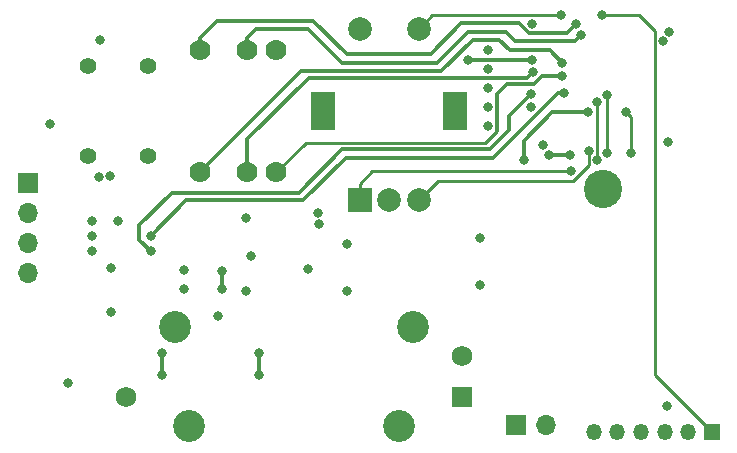
<source format=gbr>
%TF.GenerationSoftware,KiCad,Pcbnew,(6.0.6-0)*%
%TF.CreationDate,2023-05-14T21:26:16-05:00*%
%TF.ProjectId,MHC_MAIN_REV_2,4d48435f-4d41-4494-9e5f-5245565f322e,rev?*%
%TF.SameCoordinates,Original*%
%TF.FileFunction,Copper,L4,Bot*%
%TF.FilePolarity,Positive*%
%FSLAX46Y46*%
G04 Gerber Fmt 4.6, Leading zero omitted, Abs format (unit mm)*
G04 Created by KiCad (PCBNEW (6.0.6-0)) date 2023-05-14 21:26:16*
%MOMM*%
%LPD*%
G01*
G04 APERTURE LIST*
%TA.AperFunction,ComponentPad*%
%ADD10C,1.778000*%
%TD*%
%TA.AperFunction,ComponentPad*%
%ADD11C,3.240000*%
%TD*%
%TA.AperFunction,ComponentPad*%
%ADD12R,1.350000X1.350000*%
%TD*%
%TA.AperFunction,ComponentPad*%
%ADD13O,1.350000X1.350000*%
%TD*%
%TA.AperFunction,ComponentPad*%
%ADD14R,2.000000X2.000000*%
%TD*%
%TA.AperFunction,ComponentPad*%
%ADD15C,2.000000*%
%TD*%
%TA.AperFunction,ComponentPad*%
%ADD16R,2.000000X3.200000*%
%TD*%
%TA.AperFunction,ComponentPad*%
%ADD17C,1.397000*%
%TD*%
%TA.AperFunction,ComponentPad*%
%ADD18R,1.700000X1.700000*%
%TD*%
%TA.AperFunction,ComponentPad*%
%ADD19O,1.700000X1.700000*%
%TD*%
%TA.AperFunction,ComponentPad*%
%ADD20R,1.750000X1.750000*%
%TD*%
%TA.AperFunction,ComponentPad*%
%ADD21C,1.750000*%
%TD*%
%TA.AperFunction,ComponentPad*%
%ADD22C,2.700000*%
%TD*%
%TA.AperFunction,ViaPad*%
%ADD23C,0.800000*%
%TD*%
%TA.AperFunction,Conductor*%
%ADD24C,0.250000*%
%TD*%
%TA.AperFunction,Conductor*%
%ADD25C,0.300000*%
%TD*%
G04 APERTURE END LIST*
D10*
%TO.P,S1,1*%
%TO.N,P0.05{slash}AIN3*%
X34420000Y-35007500D03*
%TO.P,S1,2*%
%TO.N,P0.06*%
X38405000Y-35007500D03*
%TO.P,S1,3*%
%TO.N,P0.07*%
X40920000Y-35007500D03*
%TO.P,S1,4*%
%TO.N,GND*%
X40920000Y-24707500D03*
%TO.P,S1,5*%
%TO.N,P0.28{slash}AIN4*%
X38405000Y-24707500D03*
%TO.P,S1,6*%
%TO.N,P0.30{slash}AIN6*%
X34420000Y-24707500D03*
%TD*%
D11*
%TO.P,U4,*%
%TO.N,*%
X68540000Y-36450000D03*
D12*
%TO.P,U4,1,AD1*%
%TO.N,P0.29{slash}AIN5*%
X77790000Y-57050000D03*
D13*
%TO.P,U4,2,GND*%
%TO.N,GND*%
X75790000Y-57050000D03*
%TO.P,U4,3,SW*%
%TO.N,P0.23*%
X73790000Y-57050000D03*
%TO.P,U4,4,AD2*%
%TO.N,P0.03{slash}AIN1*%
X71790000Y-57050000D03*
%TO.P,U4,5,GND*%
%TO.N,GND*%
X69790000Y-57050000D03*
%TO.P,U4,6,VDD*%
%TO.N,+3.3V*%
X67790000Y-57050000D03*
%TD*%
D14*
%TO.P,SW3,A,A*%
%TO.N,P0.15*%
X47965000Y-37360000D03*
D15*
%TO.P,SW3,B,B*%
%TO.N,P0.17*%
X52965000Y-37360000D03*
%TO.P,SW3,C,C*%
%TO.N,GND*%
X50465000Y-37360000D03*
D16*
%TO.P,SW3,MP*%
%TO.N,N/C*%
X44865000Y-29860000D03*
X56065000Y-29860000D03*
D15*
%TO.P,SW3,S1,S1*%
%TO.N,P0.31{slash}AIN7*%
X52965000Y-22860000D03*
%TO.P,SW3,S2,S2*%
%TO.N,GND*%
X47965000Y-22860000D03*
%TD*%
D17*
%TO.P,SW5,1,1*%
%TO.N,GND*%
X24930000Y-33657500D03*
X24930000Y-26037500D03*
%TO.P,SW5,2,2*%
%TO.N,P0.04{slash}AIN2*%
X30010000Y-33657500D03*
X30010000Y-26037500D03*
%TD*%
D18*
%TO.P,J2,1,Pin_1*%
%TO.N,+BATT*%
X61230000Y-56390000D03*
D19*
%TO.P,J2,2,Pin_2*%
%TO.N,GND*%
X63770000Y-56390000D03*
%TD*%
D20*
%TO.P,RV1,1,1*%
%TO.N,+3.3V*%
X56660000Y-54077500D03*
D21*
%TO.P,RV1,2,2*%
%TO.N,P0.02{slash}AIN0*%
X56660000Y-50577500D03*
%TO.P,RV1,3,3*%
%TO.N,GND*%
X28160000Y-54077500D03*
D22*
%TO.P,RV1,MP*%
%TO.N,N/C*%
X52510000Y-48127500D03*
X32310000Y-48127500D03*
X51310000Y-56527500D03*
X33510000Y-56527500D03*
%TD*%
D18*
%TO.P,J3,1,Pin_1*%
%TO.N,GND*%
X19850000Y-35960000D03*
D19*
%TO.P,J3,2,Pin_2*%
%TO.N,+3.3V*%
X19850000Y-38500000D03*
%TO.P,J3,3,Pin_3*%
%TO.N,SCL*%
X19850000Y-41040000D03*
%TO.P,J3,4,Pin_4*%
%TO.N,SDA*%
X19850000Y-43580000D03*
%TD*%
D23*
%TO.N,GND*%
X25958800Y-23825200D03*
X23298491Y-52864263D03*
X73990200Y-54813200D03*
X21780000Y-30940000D03*
X46860000Y-45090000D03*
X58830000Y-31100000D03*
X25307800Y-40436800D03*
X74040000Y-32450000D03*
X38785800Y-42138600D03*
X73674500Y-23880000D03*
X58830000Y-27900000D03*
X36010000Y-47150000D03*
X44480983Y-39439443D03*
X25307800Y-39166800D03*
X43610000Y-43250000D03*
X58850000Y-24710000D03*
X58820000Y-26259500D03*
X33096200Y-43307000D03*
X74178749Y-23175205D03*
X46860000Y-41120000D03*
X58820000Y-29500000D03*
X38354541Y-38904214D03*
X63490000Y-32720000D03*
X38354000Y-45059600D03*
X62590000Y-22464500D03*
X25860734Y-35391723D03*
X25307800Y-41681400D03*
X27466800Y-39141400D03*
%TO.N,P0.03{slash}AIN1*%
X68888356Y-28438641D03*
X68889602Y-33410298D03*
%TO.N,P0.29{slash}AIN5*%
X68490000Y-21740000D03*
%TO.N,P0.02{slash}AIN0*%
X68090000Y-29040000D03*
X68090000Y-34010000D03*
%TO.N,P0.31{slash}AIN7*%
X65030000Y-21740000D03*
%TO.N,P0.28{slash}AIN4*%
X66686710Y-23377512D03*
%TO.N,P0.30{slash}AIN6*%
X66280000Y-22464500D03*
%TO.N,P0.04{slash}AIN2*%
X57124600Y-25501600D03*
X62590000Y-25510000D03*
%TO.N,P0.05{slash}AIN3*%
X65113912Y-25733912D03*
%TO.N,P0.06*%
X62601230Y-26509439D03*
%TO.N,P0.07*%
X65119112Y-26891354D03*
%TO.N,+3.3V*%
X58191400Y-44577000D03*
X58166000Y-40563800D03*
X44470000Y-38440000D03*
X33096200Y-44881800D03*
X26860000Y-35370000D03*
X62455000Y-29455000D03*
X26949400Y-43103800D03*
X26949400Y-46888400D03*
%TO.N,P0.13*%
X63965500Y-33599149D03*
X65814500Y-33600000D03*
%TO.N,P0.15*%
X65820000Y-34930000D03*
%TO.N,RESET*%
X61870500Y-33948931D03*
X67290000Y-29950000D03*
%TO.N,P0.17*%
X67365500Y-33262332D03*
%TO.N,P0.23*%
X70490000Y-29960498D03*
X70910000Y-33410000D03*
%TO.N,Net-(R3-Pad2)*%
X31220000Y-50307999D03*
X31220000Y-52157001D03*
%TO.N,+BATT*%
X39420800Y-50307999D03*
X36280000Y-43370500D03*
X36294977Y-44869500D03*
X39420800Y-52157001D03*
%TO.N,SDA*%
X62445023Y-28405023D03*
X30260800Y-41681400D03*
%TO.N,SCL*%
X65300000Y-28310000D03*
X30260800Y-40411400D03*
%TD*%
D24*
%TO.N,P0.03{slash}AIN1*%
X68888356Y-33409052D02*
X68889602Y-33410298D01*
X68888356Y-28438641D02*
X68888356Y-33409052D01*
%TO.N,P0.29{slash}AIN5*%
X71590000Y-21740000D02*
X68490000Y-21740000D01*
X77790000Y-57050000D02*
X72950000Y-52210000D01*
X72950000Y-23100000D02*
X71590000Y-21740000D01*
X72950000Y-52210000D02*
X72950000Y-23100000D01*
%TO.N,P0.02{slash}AIN0*%
X68090000Y-29040000D02*
X68090000Y-34010000D01*
%TO.N,P0.31{slash}AIN7*%
X65030000Y-21740000D02*
X54085000Y-21740000D01*
X54085000Y-21740000D02*
X52965000Y-22860000D01*
D25*
%TO.N,P0.28{slash}AIN4*%
X57128600Y-23110000D02*
X54483000Y-25755600D01*
X66686710Y-23377512D02*
X66682488Y-23377512D01*
X46431200Y-25755600D02*
X43561000Y-22885400D01*
X60350000Y-23110000D02*
X57128600Y-23110000D01*
X61140000Y-23900000D02*
X60350000Y-23110000D01*
X38405000Y-23672600D02*
X38405000Y-24707500D01*
X39192200Y-22885400D02*
X38405000Y-23672600D01*
X66160000Y-23900000D02*
X61140000Y-23900000D01*
X54483000Y-25755600D02*
X46431200Y-25755600D01*
X43561000Y-22885400D02*
X39192200Y-22885400D01*
X66682488Y-23377512D02*
X66160000Y-23900000D01*
%TO.N,P0.30{slash}AIN6*%
X62279339Y-23214500D02*
X61474839Y-22410000D01*
X53975000Y-24993600D02*
X46863000Y-24993600D01*
X46863000Y-24993600D02*
X44043600Y-22174200D01*
X44043600Y-22174200D02*
X35915600Y-22174200D01*
X62925661Y-23189500D02*
X62900661Y-23214500D01*
X66280000Y-22464500D02*
X65555000Y-23189500D01*
X34420000Y-23669800D02*
X34420000Y-24707500D01*
X35915600Y-22174200D02*
X34420000Y-23669800D01*
X56558600Y-22410000D02*
X53975000Y-24993600D01*
X65555000Y-23189500D02*
X62925661Y-23189500D01*
X62900661Y-23214500D02*
X62279339Y-23214500D01*
X61474839Y-22410000D02*
X56558600Y-22410000D01*
%TO.N,P0.04{slash}AIN2*%
X62590000Y-25510000D02*
X57133000Y-25510000D01*
X57133000Y-25510000D02*
X57124600Y-25501600D01*
%TO.N,P0.05{slash}AIN3*%
X54889400Y-26466800D02*
X42960700Y-26466800D01*
X57556200Y-23800000D02*
X54889400Y-26466800D01*
X64075000Y-24695000D02*
X60675000Y-24695000D01*
X42960700Y-26466800D02*
X34420000Y-35007500D01*
X60675000Y-24695000D02*
X59780000Y-23800000D01*
X59780000Y-23800000D02*
X57556200Y-23800000D01*
X65113912Y-25733912D02*
X64075000Y-24695000D01*
%TO.N,P0.06*%
X62601230Y-26509439D02*
X62110469Y-27000200D01*
X59130661Y-27009500D02*
X58509339Y-27009500D01*
X58509339Y-27009500D02*
X58500039Y-27000200D01*
X38405000Y-32232400D02*
X38405000Y-35007500D01*
X59139961Y-27000200D02*
X59130661Y-27009500D01*
X58500039Y-27000200D02*
X43637200Y-27000200D01*
X43637200Y-27000200D02*
X38405000Y-32232400D01*
X62110469Y-27000200D02*
X59139961Y-27000200D01*
%TO.N,P0.07*%
X65119112Y-26891354D02*
X63405646Y-26891354D01*
X60434200Y-27551400D02*
X59580000Y-28405600D01*
X59580000Y-28405600D02*
X59580000Y-31479000D01*
D24*
X43415500Y-32512000D02*
X40920000Y-35007500D01*
D25*
X62745600Y-27551400D02*
X60434200Y-27551400D01*
X59580000Y-31479000D02*
X59555000Y-31504000D01*
D24*
X58547000Y-32512000D02*
X43415500Y-32512000D01*
X59555000Y-31504000D02*
X58547000Y-32512000D01*
D25*
X63405646Y-26891354D02*
X62745600Y-27551400D01*
%TO.N,P0.13*%
X65814500Y-33600000D02*
X63966351Y-33600000D01*
X63966351Y-33600000D02*
X63965500Y-33599149D01*
D24*
%TO.N,P0.15*%
X49042400Y-34930000D02*
X47965000Y-36007400D01*
X47965000Y-36007400D02*
X47965000Y-37360000D01*
X65820000Y-34930000D02*
X49042400Y-34930000D01*
D25*
%TO.N,RESET*%
X61870500Y-33948931D02*
X61870500Y-32349500D01*
X61870500Y-32349500D02*
X64270000Y-29950000D01*
X64270000Y-29950000D02*
X67290000Y-29950000D01*
D24*
%TO.N,P0.17*%
X67365500Y-33262332D02*
X67365500Y-34409805D01*
X67365500Y-34409805D02*
X66037505Y-35737800D01*
X66037505Y-35737800D02*
X54587200Y-35737800D01*
X54587200Y-35737800D02*
X52965000Y-37360000D01*
%TO.N,P0.23*%
X70490000Y-29960498D02*
X70910000Y-30380498D01*
X70910000Y-30380498D02*
X70910000Y-33410000D01*
D25*
%TO.N,Net-(R3-Pad2)*%
X31220000Y-50307999D02*
X31220000Y-52157001D01*
%TO.N,+BATT*%
X36294977Y-43385477D02*
X36280000Y-43370500D01*
X36294977Y-44869500D02*
X36294977Y-43385477D01*
X39420800Y-52157001D02*
X39420800Y-50307999D01*
%TO.N,SDA*%
X59029600Y-33070800D02*
X46482000Y-33070800D01*
X62445023Y-28405023D02*
X60629800Y-30220246D01*
X32038800Y-36753800D02*
X29321000Y-39471600D01*
X60629800Y-31470600D02*
X59029600Y-33070800D01*
X29321000Y-40741600D02*
X30260800Y-41681400D01*
X46482000Y-33070800D02*
X42799000Y-36753800D01*
X29321000Y-39471600D02*
X29321000Y-40741600D01*
X60629800Y-30220246D02*
X60629800Y-31470600D01*
X42799000Y-36753800D02*
X32038800Y-36753800D01*
%TO.N,SCL*%
X65300000Y-28310000D02*
X64849339Y-28310000D01*
X33283400Y-37388800D02*
X30260800Y-40411400D01*
X46786800Y-33782000D02*
X43180000Y-37388800D01*
X43180000Y-37388800D02*
X33283400Y-37388800D01*
X64849339Y-28310000D02*
X64849339Y-28330661D01*
X64734939Y-28330661D02*
X59283600Y-33782000D01*
X64849339Y-28330661D02*
X64734939Y-28330661D01*
X59283600Y-33782000D02*
X46786800Y-33782000D01*
%TD*%
M02*

</source>
